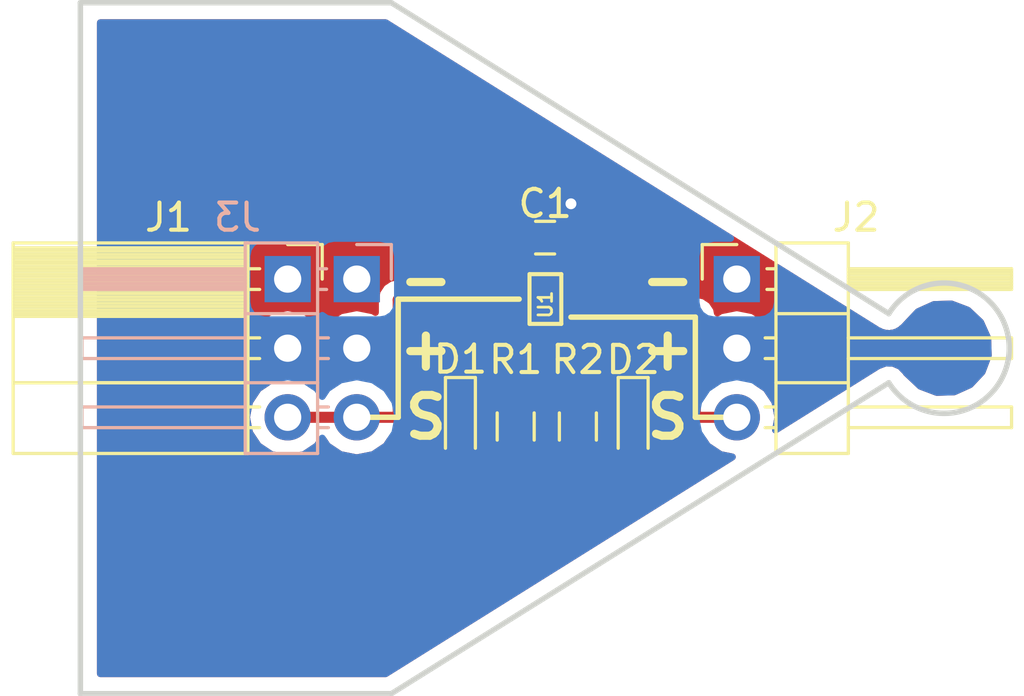
<source format=kicad_pcb>
(kicad_pcb (version 4) (host pcbnew 4.0.7)

  (general
    (links 17)
    (no_connects 0)
    (area 129.439999 57.049999 163.786232 82.650001)
    (thickness 1.6)
    (drawings 19)
    (tracks 26)
    (zones 0)
    (modules 9)
    (nets 7)
  )

  (page A4)
  (layers
    (0 F.Cu signal)
    (31 B.Cu signal)
    (32 B.Adhes user)
    (33 F.Adhes user)
    (34 B.Paste user)
    (35 F.Paste user)
    (36 B.SilkS user)
    (37 F.SilkS user)
    (38 B.Mask user)
    (39 F.Mask user)
    (40 Dwgs.User user)
    (41 Cmts.User user)
    (42 Eco1.User user)
    (43 Eco2.User user)
    (44 Edge.Cuts user)
    (45 Margin user)
    (46 B.CrtYd user)
    (47 F.CrtYd user)
    (48 B.Fab user)
    (49 F.Fab user hide)
  )

  (setup
    (last_trace_width 0.4064)
    (user_trace_width 0.4064)
    (trace_clearance 0.2)
    (zone_clearance 0.508)
    (zone_45_only no)
    (trace_min 0.2)
    (segment_width 0.2)
    (edge_width 0.2)
    (via_size 0.6)
    (via_drill 0.4)
    (via_min_size 0.4)
    (via_min_drill 0.3)
    (uvia_size 0.3)
    (uvia_drill 0.1)
    (uvias_allowed no)
    (uvia_min_size 0.2)
    (uvia_min_drill 0.1)
    (pcb_text_width 0.3)
    (pcb_text_size 1.5 1.5)
    (mod_edge_width 0.15)
    (mod_text_size 1 1)
    (mod_text_width 0.15)
    (pad_size 1.524 1.524)
    (pad_drill 0.762)
    (pad_to_mask_clearance 0.2)
    (aux_axis_origin 0 0)
    (visible_elements FFFFFF7F)
    (pcbplotparams
      (layerselection 0x00030_80000001)
      (usegerberextensions false)
      (excludeedgelayer true)
      (linewidth 0.100000)
      (plotframeref false)
      (viasonmask false)
      (mode 1)
      (useauxorigin false)
      (hpglpennumber 1)
      (hpglpenspeed 20)
      (hpglpendiameter 15)
      (hpglpenoverlay 2)
      (psnegative false)
      (psa4output false)
      (plotreference true)
      (plotvalue true)
      (plotinvisibletext false)
      (padsonsilk false)
      (subtractmaskfromsilk false)
      (outputformat 1)
      (mirror false)
      (drillshape 1)
      (scaleselection 1)
      (outputdirectory ""))
  )

  (net 0 "")
  (net 1 GND)
  (net 2 Vin)
  (net 3 "Net-(D1-Pad2)")
  (net 4 "Net-(D2-Pad2)")
  (net 5 /In1)
  (net 6 /Out)

  (net_class Default "This is the default net class."
    (clearance 0.2)
    (trace_width 0.25)
    (via_dia 0.6)
    (via_drill 0.4)
    (uvia_dia 0.3)
    (uvia_drill 0.1)
    (add_net /In1)
    (add_net /Out)
    (add_net GND)
    (add_net "Net-(D1-Pad2)")
    (add_net "Net-(D2-Pad2)")
    (add_net Vin)
  )

  (module Pin_Headers:Pin_Header_Angled_1x03_Pitch2.54mm (layer F.Cu) (tedit 59650532) (tstamp 5B74E9AA)
    (at 153.67 67.31)
    (descr "Through hole angled pin header, 1x03, 2.54mm pitch, 6mm pin length, single row")
    (tags "Through hole angled pin header THT 1x03 2.54mm single row")
    (path /5AF0ADF4)
    (fp_text reference J2 (at 4.385 -2.27) (layer F.SilkS)
      (effects (font (size 1 1) (thickness 0.15)))
    )
    (fp_text value Out (at 4.385 7.35) (layer F.Fab)
      (effects (font (size 1 1) (thickness 0.15)))
    )
    (fp_line (start 2.135 -1.27) (end 4.04 -1.27) (layer F.Fab) (width 0.1))
    (fp_line (start 4.04 -1.27) (end 4.04 6.35) (layer F.Fab) (width 0.1))
    (fp_line (start 4.04 6.35) (end 1.5 6.35) (layer F.Fab) (width 0.1))
    (fp_line (start 1.5 6.35) (end 1.5 -0.635) (layer F.Fab) (width 0.1))
    (fp_line (start 1.5 -0.635) (end 2.135 -1.27) (layer F.Fab) (width 0.1))
    (fp_line (start -0.32 -0.32) (end 1.5 -0.32) (layer F.Fab) (width 0.1))
    (fp_line (start -0.32 -0.32) (end -0.32 0.32) (layer F.Fab) (width 0.1))
    (fp_line (start -0.32 0.32) (end 1.5 0.32) (layer F.Fab) (width 0.1))
    (fp_line (start 4.04 -0.32) (end 10.04 -0.32) (layer F.Fab) (width 0.1))
    (fp_line (start 10.04 -0.32) (end 10.04 0.32) (layer F.Fab) (width 0.1))
    (fp_line (start 4.04 0.32) (end 10.04 0.32) (layer F.Fab) (width 0.1))
    (fp_line (start -0.32 2.22) (end 1.5 2.22) (layer F.Fab) (width 0.1))
    (fp_line (start -0.32 2.22) (end -0.32 2.86) (layer F.Fab) (width 0.1))
    (fp_line (start -0.32 2.86) (end 1.5 2.86) (layer F.Fab) (width 0.1))
    (fp_line (start 4.04 2.22) (end 10.04 2.22) (layer F.Fab) (width 0.1))
    (fp_line (start 10.04 2.22) (end 10.04 2.86) (layer F.Fab) (width 0.1))
    (fp_line (start 4.04 2.86) (end 10.04 2.86) (layer F.Fab) (width 0.1))
    (fp_line (start -0.32 4.76) (end 1.5 4.76) (layer F.Fab) (width 0.1))
    (fp_line (start -0.32 4.76) (end -0.32 5.4) (layer F.Fab) (width 0.1))
    (fp_line (start -0.32 5.4) (end 1.5 5.4) (layer F.Fab) (width 0.1))
    (fp_line (start 4.04 4.76) (end 10.04 4.76) (layer F.Fab) (width 0.1))
    (fp_line (start 10.04 4.76) (end 10.04 5.4) (layer F.Fab) (width 0.1))
    (fp_line (start 4.04 5.4) (end 10.04 5.4) (layer F.Fab) (width 0.1))
    (fp_line (start 1.44 -1.33) (end 1.44 6.41) (layer F.SilkS) (width 0.12))
    (fp_line (start 1.44 6.41) (end 4.1 6.41) (layer F.SilkS) (width 0.12))
    (fp_line (start 4.1 6.41) (end 4.1 -1.33) (layer F.SilkS) (width 0.12))
    (fp_line (start 4.1 -1.33) (end 1.44 -1.33) (layer F.SilkS) (width 0.12))
    (fp_line (start 4.1 -0.38) (end 10.1 -0.38) (layer F.SilkS) (width 0.12))
    (fp_line (start 10.1 -0.38) (end 10.1 0.38) (layer F.SilkS) (width 0.12))
    (fp_line (start 10.1 0.38) (end 4.1 0.38) (layer F.SilkS) (width 0.12))
    (fp_line (start 4.1 -0.32) (end 10.1 -0.32) (layer F.SilkS) (width 0.12))
    (fp_line (start 4.1 -0.2) (end 10.1 -0.2) (layer F.SilkS) (width 0.12))
    (fp_line (start 4.1 -0.08) (end 10.1 -0.08) (layer F.SilkS) (width 0.12))
    (fp_line (start 4.1 0.04) (end 10.1 0.04) (layer F.SilkS) (width 0.12))
    (fp_line (start 4.1 0.16) (end 10.1 0.16) (layer F.SilkS) (width 0.12))
    (fp_line (start 4.1 0.28) (end 10.1 0.28) (layer F.SilkS) (width 0.12))
    (fp_line (start 1.11 -0.38) (end 1.44 -0.38) (layer F.SilkS) (width 0.12))
    (fp_line (start 1.11 0.38) (end 1.44 0.38) (layer F.SilkS) (width 0.12))
    (fp_line (start 1.44 1.27) (end 4.1 1.27) (layer F.SilkS) (width 0.12))
    (fp_line (start 4.1 2.16) (end 10.1 2.16) (layer F.SilkS) (width 0.12))
    (fp_line (start 10.1 2.16) (end 10.1 2.92) (layer F.SilkS) (width 0.12))
    (fp_line (start 10.1 2.92) (end 4.1 2.92) (layer F.SilkS) (width 0.12))
    (fp_line (start 1.042929 2.16) (end 1.44 2.16) (layer F.SilkS) (width 0.12))
    (fp_line (start 1.042929 2.92) (end 1.44 2.92) (layer F.SilkS) (width 0.12))
    (fp_line (start 1.44 3.81) (end 4.1 3.81) (layer F.SilkS) (width 0.12))
    (fp_line (start 4.1 4.7) (end 10.1 4.7) (layer F.SilkS) (width 0.12))
    (fp_line (start 10.1 4.7) (end 10.1 5.46) (layer F.SilkS) (width 0.12))
    (fp_line (start 10.1 5.46) (end 4.1 5.46) (layer F.SilkS) (width 0.12))
    (fp_line (start 1.042929 4.7) (end 1.44 4.7) (layer F.SilkS) (width 0.12))
    (fp_line (start 1.042929 5.46) (end 1.44 5.46) (layer F.SilkS) (width 0.12))
    (fp_line (start -1.27 0) (end -1.27 -1.27) (layer F.SilkS) (width 0.12))
    (fp_line (start -1.27 -1.27) (end 0 -1.27) (layer F.SilkS) (width 0.12))
    (fp_line (start -1.8 -1.8) (end -1.8 6.85) (layer F.CrtYd) (width 0.05))
    (fp_line (start -1.8 6.85) (end 10.55 6.85) (layer F.CrtYd) (width 0.05))
    (fp_line (start 10.55 6.85) (end 10.55 -1.8) (layer F.CrtYd) (width 0.05))
    (fp_line (start 10.55 -1.8) (end -1.8 -1.8) (layer F.CrtYd) (width 0.05))
    (fp_text user %R (at 2.77 2.54 90) (layer F.Fab)
      (effects (font (size 1 1) (thickness 0.15)))
    )
    (pad 1 thru_hole rect (at 0 0) (size 1.7 1.7) (drill 1) (layers *.Cu *.Mask)
      (net 1 GND))
    (pad 2 thru_hole oval (at 0 2.54) (size 1.7 1.7) (drill 1) (layers *.Cu *.Mask)
      (net 2 Vin))
    (pad 3 thru_hole oval (at 0 5.08) (size 1.7 1.7) (drill 1) (layers *.Cu *.Mask)
      (net 6 /Out))
    (model ${KISYS3DMOD}/Pin_Headers.3dshapes/Pin_Header_Angled_1x03_Pitch2.54mm.wrl
      (at (xyz 0 0 0))
      (scale (xyz 1 1 1))
      (rotate (xyz 0 0 0))
    )
  )

  (module Capacitors_SMD:C_0603_HandSoldering (layer F.Cu) (tedit 58AA848B) (tstamp 5B74E8F2)
    (at 146.624 65.786)
    (descr "Capacitor SMD 0603, hand soldering")
    (tags "capacitor 0603")
    (path /5AF1E96C)
    (attr smd)
    (fp_text reference C1 (at 0 -1.25) (layer F.SilkS)
      (effects (font (size 1 1) (thickness 0.15)))
    )
    (fp_text value C (at 0 1.5) (layer F.Fab)
      (effects (font (size 1 1) (thickness 0.15)))
    )
    (fp_text user %R (at 0 -1.25) (layer F.Fab)
      (effects (font (size 1 1) (thickness 0.15)))
    )
    (fp_line (start -0.8 0.4) (end -0.8 -0.4) (layer F.Fab) (width 0.1))
    (fp_line (start 0.8 0.4) (end -0.8 0.4) (layer F.Fab) (width 0.1))
    (fp_line (start 0.8 -0.4) (end 0.8 0.4) (layer F.Fab) (width 0.1))
    (fp_line (start -0.8 -0.4) (end 0.8 -0.4) (layer F.Fab) (width 0.1))
    (fp_line (start -0.35 -0.6) (end 0.35 -0.6) (layer F.SilkS) (width 0.12))
    (fp_line (start 0.35 0.6) (end -0.35 0.6) (layer F.SilkS) (width 0.12))
    (fp_line (start -1.8 -0.65) (end 1.8 -0.65) (layer F.CrtYd) (width 0.05))
    (fp_line (start -1.8 -0.65) (end -1.8 0.65) (layer F.CrtYd) (width 0.05))
    (fp_line (start 1.8 0.65) (end 1.8 -0.65) (layer F.CrtYd) (width 0.05))
    (fp_line (start 1.8 0.65) (end -1.8 0.65) (layer F.CrtYd) (width 0.05))
    (pad 1 smd rect (at -0.95 0) (size 1.2 0.75) (layers F.Cu F.Paste F.Mask)
      (net 1 GND))
    (pad 2 smd rect (at 0.95 0) (size 1.2 0.75) (layers F.Cu F.Paste F.Mask)
      (net 2 Vin))
    (model Capacitors_SMD.3dshapes/C_0603.wrl
      (at (xyz 0 0 0))
      (scale (xyz 1 1 1))
      (rotate (xyz 0 0 0))
    )
  )

  (module LEDs:LED_0603_HandSoldering (layer F.Cu) (tedit 595FC9C0) (tstamp 5B74E907)
    (at 143.51 72.728 270)
    (descr "LED SMD 0603, hand soldering")
    (tags "LED 0603")
    (path /5AF0B57F)
    (attr smd)
    (fp_text reference D1 (at -2.4716 0 360) (layer F.SilkS)
      (effects (font (size 1 1) (thickness 0.15)))
    )
    (fp_text value In (at 0 1.55 270) (layer F.Fab)
      (effects (font (size 1 1) (thickness 0.15)))
    )
    (fp_line (start -1.8 -0.55) (end -1.8 0.55) (layer F.SilkS) (width 0.12))
    (fp_line (start -0.2 -0.2) (end -0.2 0.2) (layer F.Fab) (width 0.1))
    (fp_line (start -0.15 0) (end 0.15 -0.2) (layer F.Fab) (width 0.1))
    (fp_line (start 0.15 0.2) (end -0.15 0) (layer F.Fab) (width 0.1))
    (fp_line (start 0.15 -0.2) (end 0.15 0.2) (layer F.Fab) (width 0.1))
    (fp_line (start 0.8 0.4) (end -0.8 0.4) (layer F.Fab) (width 0.1))
    (fp_line (start 0.8 -0.4) (end 0.8 0.4) (layer F.Fab) (width 0.1))
    (fp_line (start -0.8 -0.4) (end 0.8 -0.4) (layer F.Fab) (width 0.1))
    (fp_line (start -1.8 0.55) (end 0.8 0.55) (layer F.SilkS) (width 0.12))
    (fp_line (start -1.8 -0.55) (end 0.8 -0.55) (layer F.SilkS) (width 0.12))
    (fp_line (start -1.96 -0.7) (end 1.95 -0.7) (layer F.CrtYd) (width 0.05))
    (fp_line (start -1.96 -0.7) (end -1.96 0.7) (layer F.CrtYd) (width 0.05))
    (fp_line (start 1.95 0.7) (end 1.95 -0.7) (layer F.CrtYd) (width 0.05))
    (fp_line (start 1.95 0.7) (end -1.96 0.7) (layer F.CrtYd) (width 0.05))
    (fp_line (start -0.8 -0.4) (end -0.8 0.4) (layer F.Fab) (width 0.1))
    (pad 1 smd rect (at -1.1 0 270) (size 1.2 0.9) (layers F.Cu F.Paste F.Mask)
      (net 1 GND))
    (pad 2 smd rect (at 1.1 0 270) (size 1.2 0.9) (layers F.Cu F.Paste F.Mask)
      (net 3 "Net-(D1-Pad2)"))
    (model ${KISYS3DMOD}/LEDs.3dshapes/LED_0603.wrl
      (at (xyz 0 0 0))
      (scale (xyz 1 1 1))
      (rotate (xyz 0 0 180))
    )
  )

  (module LEDs:LED_0603_HandSoldering (layer F.Cu) (tedit 595FC9C0) (tstamp 5B74E91C)
    (at 149.86 72.728 270)
    (descr "LED SMD 0603, hand soldering")
    (tags "LED 0603")
    (path /5AF0B5FF)
    (attr smd)
    (fp_text reference D2 (at -2.456 0 360) (layer F.SilkS)
      (effects (font (size 1 1) (thickness 0.15)))
    )
    (fp_text value Out (at 0 1.55 270) (layer F.Fab)
      (effects (font (size 1 1) (thickness 0.15)))
    )
    (fp_line (start -1.8 -0.55) (end -1.8 0.55) (layer F.SilkS) (width 0.12))
    (fp_line (start -0.2 -0.2) (end -0.2 0.2) (layer F.Fab) (width 0.1))
    (fp_line (start -0.15 0) (end 0.15 -0.2) (layer F.Fab) (width 0.1))
    (fp_line (start 0.15 0.2) (end -0.15 0) (layer F.Fab) (width 0.1))
    (fp_line (start 0.15 -0.2) (end 0.15 0.2) (layer F.Fab) (width 0.1))
    (fp_line (start 0.8 0.4) (end -0.8 0.4) (layer F.Fab) (width 0.1))
    (fp_line (start 0.8 -0.4) (end 0.8 0.4) (layer F.Fab) (width 0.1))
    (fp_line (start -0.8 -0.4) (end 0.8 -0.4) (layer F.Fab) (width 0.1))
    (fp_line (start -1.8 0.55) (end 0.8 0.55) (layer F.SilkS) (width 0.12))
    (fp_line (start -1.8 -0.55) (end 0.8 -0.55) (layer F.SilkS) (width 0.12))
    (fp_line (start -1.96 -0.7) (end 1.95 -0.7) (layer F.CrtYd) (width 0.05))
    (fp_line (start -1.96 -0.7) (end -1.96 0.7) (layer F.CrtYd) (width 0.05))
    (fp_line (start 1.95 0.7) (end 1.95 -0.7) (layer F.CrtYd) (width 0.05))
    (fp_line (start 1.95 0.7) (end -1.96 0.7) (layer F.CrtYd) (width 0.05))
    (fp_line (start -0.8 -0.4) (end -0.8 0.4) (layer F.Fab) (width 0.1))
    (pad 1 smd rect (at -1.1 0 270) (size 1.2 0.9) (layers F.Cu F.Paste F.Mask)
      (net 1 GND))
    (pad 2 smd rect (at 1.1 0 270) (size 1.2 0.9) (layers F.Cu F.Paste F.Mask)
      (net 4 "Net-(D2-Pad2)"))
    (model ${KISYS3DMOD}/LEDs.3dshapes/LED_0603.wrl
      (at (xyz 0 0 0))
      (scale (xyz 1 1 1))
      (rotate (xyz 0 0 180))
    )
  )

  (module Socket_Strips:Socket_Strip_Angled_1x03_Pitch2.54mm (layer F.Cu) (tedit 58CD5446) (tstamp 5B74E96A)
    (at 137.16 67.31)
    (descr "Through hole angled socket strip, 1x03, 2.54mm pitch, 8.51mm socket length, single row")
    (tags "Through hole angled socket strip THT 1x03 2.54mm single row")
    (path /5AF0AE86)
    (fp_text reference J1 (at -4.38 -2.27) (layer F.SilkS)
      (effects (font (size 1 1) (thickness 0.15)))
    )
    (fp_text value In1 (at -4.38 7.35) (layer F.Fab)
      (effects (font (size 1 1) (thickness 0.15)))
    )
    (fp_line (start -1.52 -1.27) (end -1.52 1.27) (layer F.Fab) (width 0.1))
    (fp_line (start -1.52 1.27) (end -10.03 1.27) (layer F.Fab) (width 0.1))
    (fp_line (start -10.03 1.27) (end -10.03 -1.27) (layer F.Fab) (width 0.1))
    (fp_line (start -10.03 -1.27) (end -1.52 -1.27) (layer F.Fab) (width 0.1))
    (fp_line (start 0 -0.32) (end 0 0.32) (layer F.Fab) (width 0.1))
    (fp_line (start 0 0.32) (end -1.52 0.32) (layer F.Fab) (width 0.1))
    (fp_line (start -1.52 0.32) (end -1.52 -0.32) (layer F.Fab) (width 0.1))
    (fp_line (start -1.52 -0.32) (end 0 -0.32) (layer F.Fab) (width 0.1))
    (fp_line (start -1.52 1.27) (end -1.52 3.81) (layer F.Fab) (width 0.1))
    (fp_line (start -1.52 3.81) (end -10.03 3.81) (layer F.Fab) (width 0.1))
    (fp_line (start -10.03 3.81) (end -10.03 1.27) (layer F.Fab) (width 0.1))
    (fp_line (start -10.03 1.27) (end -1.52 1.27) (layer F.Fab) (width 0.1))
    (fp_line (start 0 2.22) (end 0 2.86) (layer F.Fab) (width 0.1))
    (fp_line (start 0 2.86) (end -1.52 2.86) (layer F.Fab) (width 0.1))
    (fp_line (start -1.52 2.86) (end -1.52 2.22) (layer F.Fab) (width 0.1))
    (fp_line (start -1.52 2.22) (end 0 2.22) (layer F.Fab) (width 0.1))
    (fp_line (start -1.52 3.81) (end -1.52 6.35) (layer F.Fab) (width 0.1))
    (fp_line (start -1.52 6.35) (end -10.03 6.35) (layer F.Fab) (width 0.1))
    (fp_line (start -10.03 6.35) (end -10.03 3.81) (layer F.Fab) (width 0.1))
    (fp_line (start -10.03 3.81) (end -1.52 3.81) (layer F.Fab) (width 0.1))
    (fp_line (start 0 4.76) (end 0 5.4) (layer F.Fab) (width 0.1))
    (fp_line (start 0 5.4) (end -1.52 5.4) (layer F.Fab) (width 0.1))
    (fp_line (start -1.52 5.4) (end -1.52 4.76) (layer F.Fab) (width 0.1))
    (fp_line (start -1.52 4.76) (end 0 4.76) (layer F.Fab) (width 0.1))
    (fp_line (start -1.46 -1.33) (end -1.46 1.27) (layer F.SilkS) (width 0.12))
    (fp_line (start -1.46 1.27) (end -10.09 1.27) (layer F.SilkS) (width 0.12))
    (fp_line (start -10.09 1.27) (end -10.09 -1.33) (layer F.SilkS) (width 0.12))
    (fp_line (start -10.09 -1.33) (end -1.46 -1.33) (layer F.SilkS) (width 0.12))
    (fp_line (start -1.03 -0.38) (end -1.46 -0.38) (layer F.SilkS) (width 0.12))
    (fp_line (start -1.03 0.38) (end -1.46 0.38) (layer F.SilkS) (width 0.12))
    (fp_line (start -1.46 -1.15) (end -10.09 -1.15) (layer F.SilkS) (width 0.12))
    (fp_line (start -1.46 -1.03) (end -10.09 -1.03) (layer F.SilkS) (width 0.12))
    (fp_line (start -1.46 -0.91) (end -10.09 -0.91) (layer F.SilkS) (width 0.12))
    (fp_line (start -1.46 -0.79) (end -10.09 -0.79) (layer F.SilkS) (width 0.12))
    (fp_line (start -1.46 -0.67) (end -10.09 -0.67) (layer F.SilkS) (width 0.12))
    (fp_line (start -1.46 -0.55) (end -10.09 -0.55) (layer F.SilkS) (width 0.12))
    (fp_line (start -1.46 -0.43) (end -10.09 -0.43) (layer F.SilkS) (width 0.12))
    (fp_line (start -1.46 -0.31) (end -10.09 -0.31) (layer F.SilkS) (width 0.12))
    (fp_line (start -1.46 -0.19) (end -10.09 -0.19) (layer F.SilkS) (width 0.12))
    (fp_line (start -1.46 -0.07) (end -10.09 -0.07) (layer F.SilkS) (width 0.12))
    (fp_line (start -1.46 0.05) (end -10.09 0.05) (layer F.SilkS) (width 0.12))
    (fp_line (start -1.46 0.17) (end -10.09 0.17) (layer F.SilkS) (width 0.12))
    (fp_line (start -1.46 0.29) (end -10.09 0.29) (layer F.SilkS) (width 0.12))
    (fp_line (start -1.46 0.41) (end -10.09 0.41) (layer F.SilkS) (width 0.12))
    (fp_line (start -1.46 0.53) (end -10.09 0.53) (layer F.SilkS) (width 0.12))
    (fp_line (start -1.46 0.65) (end -10.09 0.65) (layer F.SilkS) (width 0.12))
    (fp_line (start -1.46 0.77) (end -10.09 0.77) (layer F.SilkS) (width 0.12))
    (fp_line (start -1.46 0.89) (end -10.09 0.89) (layer F.SilkS) (width 0.12))
    (fp_line (start -1.46 1.01) (end -10.09 1.01) (layer F.SilkS) (width 0.12))
    (fp_line (start -1.46 1.13) (end -10.09 1.13) (layer F.SilkS) (width 0.12))
    (fp_line (start -1.46 1.25) (end -10.09 1.25) (layer F.SilkS) (width 0.12))
    (fp_line (start -1.46 1.37) (end -10.09 1.37) (layer F.SilkS) (width 0.12))
    (fp_line (start -1.46 1.27) (end -1.46 3.81) (layer F.SilkS) (width 0.12))
    (fp_line (start -1.46 3.81) (end -10.09 3.81) (layer F.SilkS) (width 0.12))
    (fp_line (start -10.09 3.81) (end -10.09 1.27) (layer F.SilkS) (width 0.12))
    (fp_line (start -10.09 1.27) (end -1.46 1.27) (layer F.SilkS) (width 0.12))
    (fp_line (start -1.03 2.16) (end -1.46 2.16) (layer F.SilkS) (width 0.12))
    (fp_line (start -1.03 2.92) (end -1.46 2.92) (layer F.SilkS) (width 0.12))
    (fp_line (start -1.46 3.81) (end -1.46 6.41) (layer F.SilkS) (width 0.12))
    (fp_line (start -1.46 6.41) (end -10.09 6.41) (layer F.SilkS) (width 0.12))
    (fp_line (start -10.09 6.41) (end -10.09 3.81) (layer F.SilkS) (width 0.12))
    (fp_line (start -10.09 3.81) (end -1.46 3.81) (layer F.SilkS) (width 0.12))
    (fp_line (start -1.03 4.7) (end -1.46 4.7) (layer F.SilkS) (width 0.12))
    (fp_line (start -1.03 5.46) (end -1.46 5.46) (layer F.SilkS) (width 0.12))
    (fp_line (start 0 -1.27) (end 1.27 -1.27) (layer F.SilkS) (width 0.12))
    (fp_line (start 1.27 -1.27) (end 1.27 0) (layer F.SilkS) (width 0.12))
    (fp_line (start 1.8 -1.8) (end 1.8 6.85) (layer F.CrtYd) (width 0.05))
    (fp_line (start 1.8 6.85) (end -10.55 6.85) (layer F.CrtYd) (width 0.05))
    (fp_line (start -10.55 6.85) (end -10.55 -1.8) (layer F.CrtYd) (width 0.05))
    (fp_line (start -10.55 -1.8) (end 1.8 -1.8) (layer F.CrtYd) (width 0.05))
    (fp_text user %R (at -4.38 -2.27) (layer F.Fab)
      (effects (font (size 1 1) (thickness 0.15)))
    )
    (pad 1 thru_hole rect (at 0 0) (size 1.7 1.7) (drill 1) (layers *.Cu *.Mask)
      (net 1 GND))
    (pad 2 thru_hole oval (at 0 2.54) (size 1.7 1.7) (drill 1) (layers *.Cu *.Mask)
      (net 2 Vin))
    (pad 3 thru_hole oval (at 0 5.08) (size 1.7 1.7) (drill 1) (layers *.Cu *.Mask)
      (net 5 /In1))
    (model ${KISYS3DMOD}/Socket_Strips.3dshapes/Socket_Strip_Angled_1x03_Pitch2.54mm.wrl
      (at (xyz 0 -0.1 0))
      (scale (xyz 1 1 1))
      (rotate (xyz 0 0 270))
    )
  )

  (module Pin_Headers:Pin_Header_Angled_1x03_Pitch2.54mm (layer B.Cu) (tedit 59650532) (tstamp 5B74E9EA)
    (at 139.7 67.31 180)
    (descr "Through hole angled pin header, 1x03, 2.54mm pitch, 6mm pin length, single row")
    (tags "Through hole angled pin header THT 1x03 2.54mm single row")
    (path /5AF0AF18)
    (fp_text reference J3 (at 4.385 2.27 180) (layer B.SilkS)
      (effects (font (size 1 1) (thickness 0.15)) (justify mirror))
    )
    (fp_text value Thru1 (at 4.385 -7.35 180) (layer B.Fab)
      (effects (font (size 1 1) (thickness 0.15)) (justify mirror))
    )
    (fp_line (start 2.135 1.27) (end 4.04 1.27) (layer B.Fab) (width 0.1))
    (fp_line (start 4.04 1.27) (end 4.04 -6.35) (layer B.Fab) (width 0.1))
    (fp_line (start 4.04 -6.35) (end 1.5 -6.35) (layer B.Fab) (width 0.1))
    (fp_line (start 1.5 -6.35) (end 1.5 0.635) (layer B.Fab) (width 0.1))
    (fp_line (start 1.5 0.635) (end 2.135 1.27) (layer B.Fab) (width 0.1))
    (fp_line (start -0.32 0.32) (end 1.5 0.32) (layer B.Fab) (width 0.1))
    (fp_line (start -0.32 0.32) (end -0.32 -0.32) (layer B.Fab) (width 0.1))
    (fp_line (start -0.32 -0.32) (end 1.5 -0.32) (layer B.Fab) (width 0.1))
    (fp_line (start 4.04 0.32) (end 10.04 0.32) (layer B.Fab) (width 0.1))
    (fp_line (start 10.04 0.32) (end 10.04 -0.32) (layer B.Fab) (width 0.1))
    (fp_line (start 4.04 -0.32) (end 10.04 -0.32) (layer B.Fab) (width 0.1))
    (fp_line (start -0.32 -2.22) (end 1.5 -2.22) (layer B.Fab) (width 0.1))
    (fp_line (start -0.32 -2.22) (end -0.32 -2.86) (layer B.Fab) (width 0.1))
    (fp_line (start -0.32 -2.86) (end 1.5 -2.86) (layer B.Fab) (width 0.1))
    (fp_line (start 4.04 -2.22) (end 10.04 -2.22) (layer B.Fab) (width 0.1))
    (fp_line (start 10.04 -2.22) (end 10.04 -2.86) (layer B.Fab) (width 0.1))
    (fp_line (start 4.04 -2.86) (end 10.04 -2.86) (layer B.Fab) (width 0.1))
    (fp_line (start -0.32 -4.76) (end 1.5 -4.76) (layer B.Fab) (width 0.1))
    (fp_line (start -0.32 -4.76) (end -0.32 -5.4) (layer B.Fab) (width 0.1))
    (fp_line (start -0.32 -5.4) (end 1.5 -5.4) (layer B.Fab) (width 0.1))
    (fp_line (start 4.04 -4.76) (end 10.04 -4.76) (layer B.Fab) (width 0.1))
    (fp_line (start 10.04 -4.76) (end 10.04 -5.4) (layer B.Fab) (width 0.1))
    (fp_line (start 4.04 -5.4) (end 10.04 -5.4) (layer B.Fab) (width 0.1))
    (fp_line (start 1.44 1.33) (end 1.44 -6.41) (layer B.SilkS) (width 0.12))
    (fp_line (start 1.44 -6.41) (end 4.1 -6.41) (layer B.SilkS) (width 0.12))
    (fp_line (start 4.1 -6.41) (end 4.1 1.33) (layer B.SilkS) (width 0.12))
    (fp_line (start 4.1 1.33) (end 1.44 1.33) (layer B.SilkS) (width 0.12))
    (fp_line (start 4.1 0.38) (end 10.1 0.38) (layer B.SilkS) (width 0.12))
    (fp_line (start 10.1 0.38) (end 10.1 -0.38) (layer B.SilkS) (width 0.12))
    (fp_line (start 10.1 -0.38) (end 4.1 -0.38) (layer B.SilkS) (width 0.12))
    (fp_line (start 4.1 0.32) (end 10.1 0.32) (layer B.SilkS) (width 0.12))
    (fp_line (start 4.1 0.2) (end 10.1 0.2) (layer B.SilkS) (width 0.12))
    (fp_line (start 4.1 0.08) (end 10.1 0.08) (layer B.SilkS) (width 0.12))
    (fp_line (start 4.1 -0.04) (end 10.1 -0.04) (layer B.SilkS) (width 0.12))
    (fp_line (start 4.1 -0.16) (end 10.1 -0.16) (layer B.SilkS) (width 0.12))
    (fp_line (start 4.1 -0.28) (end 10.1 -0.28) (layer B.SilkS) (width 0.12))
    (fp_line (start 1.11 0.38) (end 1.44 0.38) (layer B.SilkS) (width 0.12))
    (fp_line (start 1.11 -0.38) (end 1.44 -0.38) (layer B.SilkS) (width 0.12))
    (fp_line (start 1.44 -1.27) (end 4.1 -1.27) (layer B.SilkS) (width 0.12))
    (fp_line (start 4.1 -2.16) (end 10.1 -2.16) (layer B.SilkS) (width 0.12))
    (fp_line (start 10.1 -2.16) (end 10.1 -2.92) (layer B.SilkS) (width 0.12))
    (fp_line (start 10.1 -2.92) (end 4.1 -2.92) (layer B.SilkS) (width 0.12))
    (fp_line (start 1.042929 -2.16) (end 1.44 -2.16) (layer B.SilkS) (width 0.12))
    (fp_line (start 1.042929 -2.92) (end 1.44 -2.92) (layer B.SilkS) (width 0.12))
    (fp_line (start 1.44 -3.81) (end 4.1 -3.81) (layer B.SilkS) (width 0.12))
    (fp_line (start 4.1 -4.7) (end 10.1 -4.7) (layer B.SilkS) (width 0.12))
    (fp_line (start 10.1 -4.7) (end 10.1 -5.46) (layer B.SilkS) (width 0.12))
    (fp_line (start 10.1 -5.46) (end 4.1 -5.46) (layer B.SilkS) (width 0.12))
    (fp_line (start 1.042929 -4.7) (end 1.44 -4.7) (layer B.SilkS) (width 0.12))
    (fp_line (start 1.042929 -5.46) (end 1.44 -5.46) (layer B.SilkS) (width 0.12))
    (fp_line (start -1.27 0) (end -1.27 1.27) (layer B.SilkS) (width 0.12))
    (fp_line (start -1.27 1.27) (end 0 1.27) (layer B.SilkS) (width 0.12))
    (fp_line (start -1.8 1.8) (end -1.8 -6.85) (layer B.CrtYd) (width 0.05))
    (fp_line (start -1.8 -6.85) (end 10.55 -6.85) (layer B.CrtYd) (width 0.05))
    (fp_line (start 10.55 -6.85) (end 10.55 1.8) (layer B.CrtYd) (width 0.05))
    (fp_line (start 10.55 1.8) (end -1.8 1.8) (layer B.CrtYd) (width 0.05))
    (fp_text user %R (at 2.77 -2.54 450) (layer B.Fab)
      (effects (font (size 1 1) (thickness 0.15)) (justify mirror))
    )
    (pad 1 thru_hole rect (at 0 0 180) (size 1.7 1.7) (drill 1) (layers *.Cu *.Mask)
      (net 1 GND))
    (pad 2 thru_hole oval (at 0 -2.54 180) (size 1.7 1.7) (drill 1) (layers *.Cu *.Mask)
      (net 2 Vin))
    (pad 3 thru_hole oval (at 0 -5.08 180) (size 1.7 1.7) (drill 1) (layers *.Cu *.Mask)
      (net 5 /In1))
    (model ${KISYS3DMOD}/Pin_Headers.3dshapes/Pin_Header_Angled_1x03_Pitch2.54mm.wrl
      (at (xyz 0 0 0))
      (scale (xyz 1 1 1))
      (rotate (xyz 0 0 0))
    )
  )

  (module Resistors_SMD:R_0603_HandSoldering (layer F.Cu) (tedit 58E0A804) (tstamp 5B74E9FB)
    (at 145.542 72.728 270)
    (descr "Resistor SMD 0603, hand soldering")
    (tags "resistor 0603")
    (path /5AF0BC61)
    (attr smd)
    (fp_text reference R1 (at -2.456 0 360) (layer F.SilkS)
      (effects (font (size 1 1) (thickness 0.15)))
    )
    (fp_text value 500 (at 0 1.55 270) (layer F.Fab)
      (effects (font (size 1 1) (thickness 0.15)))
    )
    (fp_text user %R (at 0 0 270) (layer F.Fab)
      (effects (font (size 0.4 0.4) (thickness 0.075)))
    )
    (fp_line (start -0.8 0.4) (end -0.8 -0.4) (layer F.Fab) (width 0.1))
    (fp_line (start 0.8 0.4) (end -0.8 0.4) (layer F.Fab) (width 0.1))
    (fp_line (start 0.8 -0.4) (end 0.8 0.4) (layer F.Fab) (width 0.1))
    (fp_line (start -0.8 -0.4) (end 0.8 -0.4) (layer F.Fab) (width 0.1))
    (fp_line (start 0.5 0.68) (end -0.5 0.68) (layer F.SilkS) (width 0.12))
    (fp_line (start -0.5 -0.68) (end 0.5 -0.68) (layer F.SilkS) (width 0.12))
    (fp_line (start -1.96 -0.7) (end 1.95 -0.7) (layer F.CrtYd) (width 0.05))
    (fp_line (start -1.96 -0.7) (end -1.96 0.7) (layer F.CrtYd) (width 0.05))
    (fp_line (start 1.95 0.7) (end 1.95 -0.7) (layer F.CrtYd) (width 0.05))
    (fp_line (start 1.95 0.7) (end -1.96 0.7) (layer F.CrtYd) (width 0.05))
    (pad 1 smd rect (at -1.1 0 270) (size 1.2 0.9) (layers F.Cu F.Paste F.Mask)
      (net 5 /In1))
    (pad 2 smd rect (at 1.1 0 270) (size 1.2 0.9) (layers F.Cu F.Paste F.Mask)
      (net 3 "Net-(D1-Pad2)"))
    (model ${KISYS3DMOD}/Resistors_SMD.3dshapes/R_0603.wrl
      (at (xyz 0 0 0))
      (scale (xyz 1 1 1))
      (rotate (xyz 0 0 0))
    )
  )

  (module Resistors_SMD:R_0603_HandSoldering (layer F.Cu) (tedit 58E0A804) (tstamp 5B74EA0C)
    (at 147.828 72.728 270)
    (descr "Resistor SMD 0603, hand soldering")
    (tags "resistor 0603")
    (path /5AF0BC16)
    (attr smd)
    (fp_text reference R2 (at -2.456 0 360) (layer F.SilkS)
      (effects (font (size 1 1) (thickness 0.15)))
    )
    (fp_text value 500 (at 0 1.55 270) (layer F.Fab)
      (effects (font (size 1 1) (thickness 0.15)))
    )
    (fp_text user %R (at 0 0 270) (layer F.Fab)
      (effects (font (size 0.4 0.4) (thickness 0.075)))
    )
    (fp_line (start -0.8 0.4) (end -0.8 -0.4) (layer F.Fab) (width 0.1))
    (fp_line (start 0.8 0.4) (end -0.8 0.4) (layer F.Fab) (width 0.1))
    (fp_line (start 0.8 -0.4) (end 0.8 0.4) (layer F.Fab) (width 0.1))
    (fp_line (start -0.8 -0.4) (end 0.8 -0.4) (layer F.Fab) (width 0.1))
    (fp_line (start 0.5 0.68) (end -0.5 0.68) (layer F.SilkS) (width 0.12))
    (fp_line (start -0.5 -0.68) (end 0.5 -0.68) (layer F.SilkS) (width 0.12))
    (fp_line (start -1.96 -0.7) (end 1.95 -0.7) (layer F.CrtYd) (width 0.05))
    (fp_line (start -1.96 -0.7) (end -1.96 0.7) (layer F.CrtYd) (width 0.05))
    (fp_line (start 1.95 0.7) (end 1.95 -0.7) (layer F.CrtYd) (width 0.05))
    (fp_line (start 1.95 0.7) (end -1.96 0.7) (layer F.CrtYd) (width 0.05))
    (pad 1 smd rect (at -1.1 0 270) (size 1.2 0.9) (layers F.Cu F.Paste F.Mask)
      (net 6 /Out))
    (pad 2 smd rect (at 1.1 0 270) (size 1.2 0.9) (layers F.Cu F.Paste F.Mask)
      (net 4 "Net-(D2-Pad2)"))
    (model ${KISYS3DMOD}/Resistors_SMD.3dshapes/R_0603.wrl
      (at (xyz 0 0 0))
      (scale (xyz 1 1 1))
      (rotate (xyz 0 0 0))
    )
  )

  (module "Logic Blocks:SC_70_1.25mm" (layer F.Cu) (tedit 5AF1D765) (tstamp 5B74EA19)
    (at 146.05 67.1276 270)
    (path /5AF1E8CB)
    (fp_text reference U1 (at 1.1176 -0.5842 270) (layer F.SilkS)
      (effects (font (size 0.5 0.5) (thickness 0.1)))
    )
    (fp_text value Not_NC7SZ04 (at 1.2192 -2.54 270) (layer F.Fab) hide
      (effects (font (size 1 1) (thickness 0.15)))
    )
    (fp_line (start 1.8288 -1.1684) (end 1.8288 0) (layer F.SilkS) (width 0.15))
    (fp_line (start 0 -1.1684) (end 1.8288 -1.1684) (layer F.SilkS) (width 0.15))
    (fp_line (start 0 0) (end 1.8288 0) (layer F.SilkS) (width 0.15))
    (fp_line (start 0 -1.1684) (end 0 0) (layer F.SilkS) (width 0.15))
    (pad 1 smd rect (at 0.2794 0.381 270) (size 0.4 0.6) (layers F.Cu F.Paste F.Mask))
    (pad 2 smd rect (at 0.9294 0.381 270) (size 0.4 0.6) (layers F.Cu F.Paste F.Mask)
      (net 5 /In1))
    (pad 3 smd rect (at 1.5794 0.381 270) (size 0.4 0.6) (layers F.Cu F.Paste F.Mask)
      (net 1 GND))
    (pad 5 smd rect (at 0.2794 -1.519 270) (size 0.4 0.6) (layers F.Cu F.Paste F.Mask)
      (net 2 Vin))
    (pad 4 smd rect (at 1.5794 -1.519 270) (size 0.4 0.6) (layers F.Cu F.Paste F.Mask)
      (net 6 /Out))
  )

  (gr_line (start 141.224 72.39) (end 139.6746 72.39) (layer F.SilkS) (width 0.2))
  (gr_line (start 141.224 68.0466) (end 141.224 72.39) (layer F.SilkS) (width 0.2))
  (gr_line (start 145.669 68.0466) (end 141.224 68.0466) (layer F.SilkS) (width 0.2))
  (gr_line (start 152.146 68.707) (end 147.574 68.707) (layer F.SilkS) (width 0.2))
  (gr_line (start 152.146 72.39) (end 152.146 68.707) (layer F.SilkS) (width 0.2))
  (gr_line (start 152.146 72.39) (end 153.67 72.39) (layer F.SilkS) (width 0.2))
  (gr_text - (at 142.24 67.31) (layer F.SilkS)
    (effects (font (size 1.5 1.5) (thickness 0.3)))
  )
  (gr_line (start 159.258 68.58) (end 140.97 57.15) (layer Edge.Cuts) (width 0.2))
  (gr_line (start 159.258 71.12) (end 140.97 82.55) (layer Edge.Cuts) (width 0.2))
  (gr_arc (start 161.29 69.85) (end 159.258 68.58) (angle 295.9892336) (layer Edge.Cuts) (width 0.2))
  (gr_line (start 140.97 82.55) (end 129.54 82.55) (layer Edge.Cuts) (width 0.2))
  (gr_line (start 140.97 57.15) (end 129.54 57.15) (layer Edge.Cuts) (width 0.2))
  (gr_line (start 129.54 82.55) (end 129.54 57.15) (layer Edge.Cuts) (width 0.2))
  (gr_text S (at 151.13 72.39) (layer F.SilkS) (tstamp 5B74EDFE)
    (effects (font (size 1.5 1.5) (thickness 0.3)))
  )
  (gr_text + (at 151.13 69.85) (layer F.SilkS) (tstamp 5B74EDFB)
    (effects (font (size 1.5 1.5) (thickness 0.3)))
  )
  (gr_text - (at 151.13 67.31) (layer F.SilkS) (tstamp 5B74EDF8)
    (effects (font (size 1.5 1.5) (thickness 0.3)))
  )
  (gr_text S (at 142.24 72.39) (layer F.SilkS)
    (effects (font (size 1.5 1.5) (thickness 0.3)))
  )
  (gr_text + (at 142.24 69.85) (layer F.SilkS)
    (effects (font (size 1.5 1.5) (thickness 0.3)))
  )
  (dimension 31.75 (width 0.3) (layer F.Fab)
    (gr_text "1.2500 in" (at 145.415 44.37) (layer F.Fab)
      (effects (font (size 1.5 1.5) (thickness 0.3)))
    )
    (feature1 (pts (xy 161.29 63.5) (xy 161.29 43.02)))
    (feature2 (pts (xy 129.54 63.5) (xy 129.54 43.02)))
    (crossbar (pts (xy 129.54 45.72) (xy 161.29 45.72)))
    (arrow1a (pts (xy 161.29 45.72) (xy 160.163496 46.306421)))
    (arrow1b (pts (xy 161.29 45.72) (xy 160.163496 45.133579)))
    (arrow2a (pts (xy 129.54 45.72) (xy 130.666504 46.306421)))
    (arrow2b (pts (xy 129.54 45.72) (xy 130.666504 45.133579)))
  )

  (segment (start 145.669 68.707) (end 144.9626 68.707) (width 0.4064) (layer F.Cu) (net 1))
  (segment (start 144.9626 68.707) (end 143.51 70.1596) (width 0.4064) (layer F.Cu) (net 1))
  (segment (start 143.51 70.1596) (end 143.51 70.6216) (width 0.4064) (layer F.Cu) (net 1))
  (segment (start 143.51 70.6216) (end 143.51 71.628) (width 0.4064) (layer F.Cu) (net 1))
  (segment (start 147.574 65.786) (end 147.574 64.5414) (width 0.4064) (layer F.Cu) (net 2))
  (via (at 147.574 64.5414) (size 0.6) (drill 0.4) (layers F.Cu B.Cu) (net 2))
  (segment (start 147.574 65.786) (end 147.574 67.402) (width 0.4064) (layer F.Cu) (net 2))
  (segment (start 147.574 67.402) (end 147.569 67.407) (width 0.4064) (layer F.Cu) (net 2))
  (segment (start 145.542 73.828) (end 143.51 73.828) (width 0.4064) (layer F.Cu) (net 3))
  (segment (start 149.86 73.828) (end 147.828 73.828) (width 0.4064) (layer F.Cu) (net 4))
  (segment (start 137.16 72.39) (end 139.7 72.39) (width 0.4064) (layer F.Cu) (net 5))
  (segment (start 139.7 72.39) (end 141.224 72.39) (width 0.4064) (layer F.Cu) (net 5))
  (segment (start 141.239 68.057) (end 145.669 68.057) (width 0.4064) (layer F.Cu) (net 5))
  (segment (start 141.224 72.39) (end 141.224 68.072) (width 0.4064) (layer F.Cu) (net 5))
  (segment (start 141.224 68.072) (end 141.239 68.057) (width 0.4064) (layer F.Cu) (net 5))
  (segment (start 146.372201 69.229561) (end 146.372201 68.184439) (width 0.4064) (layer F.Cu) (net 5))
  (segment (start 146.372201 68.184439) (end 146.244762 68.057) (width 0.4064) (layer F.Cu) (net 5))
  (segment (start 146.244762 68.057) (end 145.669 68.057) (width 0.4064) (layer F.Cu) (net 5))
  (segment (start 145.542 71.628) (end 145.542 70.059762) (width 0.4064) (layer F.Cu) (net 5))
  (segment (start 145.542 70.059762) (end 146.372201 69.229561) (width 0.4064) (layer F.Cu) (net 5))
  (segment (start 153.67 72.39) (end 152.146 72.39) (width 0.4064) (layer F.Cu) (net 6))
  (segment (start 152.146 72.39) (end 152.146 68.707) (width 0.4064) (layer F.Cu) (net 6))
  (segment (start 152.146 68.707) (end 151.8666 68.707) (width 0.4064) (layer F.Cu) (net 6))
  (segment (start 151.8666 68.707) (end 147.569 68.707) (width 0.4064) (layer F.Cu) (net 6))
  (segment (start 147.828 71.628) (end 147.828 68.966) (width 0.4064) (layer F.Cu) (net 6))
  (segment (start 147.828 68.966) (end 147.569 68.707) (width 0.4064) (layer F.Cu) (net 6))

  (zone (net 1) (net_name GND) (layer F.Cu) (tstamp 0) (hatch edge 0.508)
    (connect_pads yes (clearance 0.508))
    (min_thickness 0.254)
    (fill yes (arc_segments 16) (thermal_gap 0.508) (thermal_bridge_width 0.508))
    (polygon
      (pts
        (xy 129.54 57.15) (xy 129.54 82.55) (xy 163.83 82.55) (xy 163.83 57.15)
      )
    )
    (filled_polygon
      (pts
        (xy 158.868451 69.203279) (xy 158.936148 69.228934) (xy 158.997532 69.267299) (xy 159.068927 69.279253) (xy 159.136622 69.304908)
        (xy 159.208979 69.302704) (xy 159.280377 69.314659) (xy 159.350915 69.298381) (xy 159.423272 69.296177) (xy 159.489279 69.266451)
        (xy 159.559815 69.250173) (xy 159.618753 69.208141) (xy 159.68476 69.178415) (xy 159.734366 69.125692) (xy 159.793305 69.08366)
        (xy 160.333807 68.509198) (xy 160.919696 68.245341) (xy 161.561957 68.225779) (xy 162.16282 68.45349) (xy 162.630802 68.893807)
        (xy 162.894659 69.479696) (xy 162.914221 70.121957) (xy 162.686511 70.722818) (xy 162.246193 71.190802) (xy 161.660306 71.454659)
        (xy 161.018043 71.474221) (xy 160.417182 71.246511) (xy 159.903684 70.76337) (xy 159.86913 70.711656) (xy 159.775506 70.618033)
        (xy 159.68476 70.521585) (xy 159.674386 70.516913) (xy 159.666344 70.508871) (xy 159.544029 70.458206) (xy 159.423272 70.403823)
        (xy 159.4119 70.403477) (xy 159.401392 70.399124) (xy 159.268983 70.399124) (xy 159.136622 70.395092) (xy 159.125985 70.399123)
        (xy 158.992276 70.449795) (xy 158.868451 70.496721) (xy 155.091087 72.857574) (xy 155.184093 72.39) (xy 155.071054 71.821715)
        (xy 154.749147 71.339946) (xy 154.419974 71.12) (xy 154.749147 70.900054) (xy 155.071054 70.418285) (xy 155.184093 69.85)
        (xy 155.071054 69.281715) (xy 154.749147 68.799946) (xy 154.267378 68.478039) (xy 153.699093 68.365) (xy 153.640907 68.365)
        (xy 153.072622 68.478039) (xy 152.954373 68.55705) (xy 152.920396 68.386235) (xy 152.738697 68.114303) (xy 152.466765 67.932604)
        (xy 152.146 67.8688) (xy 148.45866 67.8688) (xy 148.465431 67.85889) (xy 148.51644 67.607) (xy 148.51644 67.207)
        (xy 148.472162 66.971683) (xy 148.4122 66.878499) (xy 148.4122 66.762307) (xy 148.625441 66.62509) (xy 148.770431 66.41289)
        (xy 148.82144 66.161) (xy 148.82144 65.411) (xy 148.777162 65.175683) (xy 148.63809 64.959559) (xy 148.462568 64.83963)
        (xy 148.508838 64.728199) (xy 148.509162 64.356233) (xy 148.367117 64.012457) (xy 148.104327 63.749208) (xy 147.760799 63.606562)
        (xy 147.388833 63.606238) (xy 147.045057 63.748283) (xy 146.781808 64.011073) (xy 146.639162 64.354601) (xy 146.638838 64.726567)
        (xy 146.686336 64.841522) (xy 146.522559 64.94691) (xy 146.377569 65.15911) (xy 146.32656 65.411) (xy 146.32656 66.161)
        (xy 146.370838 66.396317) (xy 146.50991 66.612441) (xy 146.72211 66.757431) (xy 146.7358 66.760203) (xy 146.7358 66.862568)
        (xy 146.672569 66.95511) (xy 146.62156 67.207) (xy 146.62156 67.320043) (xy 146.61644 67.316622) (xy 146.61644 67.207)
        (xy 146.572162 66.971683) (xy 146.43309 66.755559) (xy 146.22089 66.610569) (xy 145.969 66.55956) (xy 145.369 66.55956)
        (xy 145.133683 66.603838) (xy 144.917559 66.74291) (xy 144.772569 66.95511) (xy 144.72156 67.207) (xy 144.72156 67.2188)
        (xy 141.239 67.2188) (xy 140.918234 67.282604) (xy 140.646303 67.464303) (xy 140.631303 67.479303) (xy 140.449604 67.751234)
        (xy 140.395751 68.021974) (xy 140.3858 68.072) (xy 140.3858 68.537121) (xy 140.297378 68.478039) (xy 139.729093 68.365)
        (xy 139.670907 68.365) (xy 139.102622 68.478039) (xy 138.620853 68.799946) (xy 138.43 69.085578) (xy 138.239147 68.799946)
        (xy 137.757378 68.478039) (xy 137.189093 68.365) (xy 137.130907 68.365) (xy 136.562622 68.478039) (xy 136.080853 68.799946)
        (xy 135.758946 69.281715) (xy 135.645907 69.85) (xy 135.758946 70.418285) (xy 136.080853 70.900054) (xy 136.410026 71.12)
        (xy 136.080853 71.339946) (xy 135.758946 71.821715) (xy 135.645907 72.39) (xy 135.758946 72.958285) (xy 136.080853 73.440054)
        (xy 136.562622 73.761961) (xy 137.130907 73.875) (xy 137.189093 73.875) (xy 137.757378 73.761961) (xy 138.239147 73.440054)
        (xy 138.380703 73.2282) (xy 138.479297 73.2282) (xy 138.620853 73.440054) (xy 139.102622 73.761961) (xy 139.670907 73.875)
        (xy 139.729093 73.875) (xy 140.297378 73.761961) (xy 140.779147 73.440054) (xy 140.920703 73.2282) (xy 141.224 73.2282)
        (xy 141.544765 73.164396) (xy 141.816697 72.982697) (xy 141.998396 72.710765) (xy 142.0622 72.39) (xy 142.0622 68.8952)
        (xy 145.323372 68.8952) (xy 145.369 68.90444) (xy 145.511928 68.90444) (xy 144.949303 69.467065) (xy 144.767604 69.738996)
        (xy 144.719395 69.981358) (xy 144.7038 70.059762) (xy 144.7038 70.523216) (xy 144.640559 70.56391) (xy 144.495569 70.77611)
        (xy 144.44456 71.028) (xy 144.44456 72.228) (xy 144.488838 72.463317) (xy 144.62791 72.679441) (xy 144.697711 72.727134)
        (xy 144.640559 72.76391) (xy 144.524887 72.933202) (xy 144.42409 72.776559) (xy 144.21189 72.631569) (xy 143.96 72.58056)
        (xy 143.06 72.58056) (xy 142.824683 72.624838) (xy 142.608559 72.76391) (xy 142.463569 72.97611) (xy 142.41256 73.228)
        (xy 142.41256 74.428) (xy 142.456838 74.663317) (xy 142.59591 74.879441) (xy 142.80811 75.024431) (xy 143.06 75.07544)
        (xy 143.96 75.07544) (xy 144.195317 75.031162) (xy 144.411441 74.89209) (xy 144.527113 74.722798) (xy 144.62791 74.879441)
        (xy 144.84011 75.024431) (xy 145.092 75.07544) (xy 145.992 75.07544) (xy 146.227317 75.031162) (xy 146.443441 74.89209)
        (xy 146.588431 74.67989) (xy 146.63944 74.428) (xy 146.63944 73.228) (xy 146.595162 72.992683) (xy 146.45609 72.776559)
        (xy 146.386289 72.728866) (xy 146.443441 72.69209) (xy 146.588431 72.47989) (xy 146.63944 72.228) (xy 146.63944 71.028)
        (xy 146.595162 70.792683) (xy 146.45609 70.576559) (xy 146.3802 70.524706) (xy 146.3802 70.406956) (xy 146.964898 69.822258)
        (xy 146.9898 69.784989) (xy 146.9898 70.523216) (xy 146.926559 70.56391) (xy 146.781569 70.77611) (xy 146.73056 71.028)
        (xy 146.73056 72.228) (xy 146.774838 72.463317) (xy 146.91391 72.679441) (xy 146.983711 72.727134) (xy 146.926559 72.76391)
        (xy 146.781569 72.97611) (xy 146.73056 73.228) (xy 146.73056 74.428) (xy 146.774838 74.663317) (xy 146.91391 74.879441)
        (xy 147.12611 75.024431) (xy 147.378 75.07544) (xy 148.278 75.07544) (xy 148.513317 75.031162) (xy 148.729441 74.89209)
        (xy 148.845113 74.722798) (xy 148.94591 74.879441) (xy 149.15811 75.024431) (xy 149.41 75.07544) (xy 150.31 75.07544)
        (xy 150.545317 75.031162) (xy 150.761441 74.89209) (xy 150.906431 74.67989) (xy 150.95744 74.428) (xy 150.95744 73.228)
        (xy 150.913162 72.992683) (xy 150.77409 72.776559) (xy 150.56189 72.631569) (xy 150.31 72.58056) (xy 149.41 72.58056)
        (xy 149.174683 72.624838) (xy 148.958559 72.76391) (xy 148.842887 72.933202) (xy 148.74209 72.776559) (xy 148.672289 72.728866)
        (xy 148.729441 72.69209) (xy 148.874431 72.47989) (xy 148.92544 72.228) (xy 148.92544 71.028) (xy 148.881162 70.792683)
        (xy 148.74209 70.576559) (xy 148.6662 70.524706) (xy 148.6662 69.5452) (xy 151.3078 69.5452) (xy 151.3078 72.39)
        (xy 151.371604 72.710765) (xy 151.553303 72.982697) (xy 151.825235 73.164396) (xy 152.146 73.2282) (xy 152.449297 73.2282)
        (xy 152.590853 73.440054) (xy 153.072622 73.761961) (xy 153.506106 73.848186) (xy 140.759205 81.815) (xy 130.275 81.815)
        (xy 130.275 57.885) (xy 140.759205 57.885)
      )
    )
  )
  (zone (net 2) (net_name Vin) (layer B.Cu) (tstamp 0) (hatch edge 0.508)
    (connect_pads yes (clearance 0.508))
    (min_thickness 0.254)
    (fill yes (arc_segments 16) (thermal_gap 0.508) (thermal_bridge_width 0.508))
    (polygon
      (pts
        (xy 163.83 57.15) (xy 163.83 82.55) (xy 129.54 82.55) (xy 129.54 57.15)
      )
    )
    (filled_polygon
      (pts
        (xy 153.443301 65.81256) (xy 152.82 65.81256) (xy 152.584683 65.856838) (xy 152.368559 65.99591) (xy 152.223569 66.20811)
        (xy 152.17256 66.46) (xy 152.17256 68.16) (xy 152.216838 68.395317) (xy 152.35591 68.611441) (xy 152.56811 68.756431)
        (xy 152.82 68.80744) (xy 154.52 68.80744) (xy 154.755317 68.763162) (xy 154.971441 68.62409) (xy 155.116431 68.41189)
        (xy 155.16744 68.16) (xy 155.16744 66.890147) (xy 158.868451 69.203279) (xy 158.936148 69.228934) (xy 158.997532 69.267299)
        (xy 159.068927 69.279253) (xy 159.136622 69.304908) (xy 159.208979 69.302704) (xy 159.280377 69.314659) (xy 159.350915 69.298381)
        (xy 159.423272 69.296177) (xy 159.489279 69.266451) (xy 159.559815 69.250173) (xy 159.618753 69.208141) (xy 159.68476 69.178415)
        (xy 159.734366 69.125692) (xy 159.793305 69.08366) (xy 160.333807 68.509198) (xy 160.919696 68.245341) (xy 161.561957 68.225779)
        (xy 162.16282 68.45349) (xy 162.630802 68.893807) (xy 162.894659 69.479696) (xy 162.914221 70.121957) (xy 162.686511 70.722818)
        (xy 162.246193 71.190802) (xy 161.660306 71.454659) (xy 161.018043 71.474221) (xy 160.417182 71.246511) (xy 159.903684 70.76337)
        (xy 159.86913 70.711656) (xy 159.775506 70.618033) (xy 159.68476 70.521585) (xy 159.674386 70.516913) (xy 159.666344 70.508871)
        (xy 159.544029 70.458206) (xy 159.423272 70.403823) (xy 159.4119 70.403477) (xy 159.401392 70.399124) (xy 159.268983 70.399124)
        (xy 159.136622 70.395092) (xy 159.125985 70.399123) (xy 158.992276 70.449795) (xy 158.868451 70.496721) (xy 155.091087 72.857574)
        (xy 155.184093 72.39) (xy 155.071054 71.821715) (xy 154.749147 71.339946) (xy 154.267378 71.018039) (xy 153.699093 70.905)
        (xy 153.640907 70.905) (xy 153.072622 71.018039) (xy 152.590853 71.339946) (xy 152.268946 71.821715) (xy 152.155907 72.39)
        (xy 152.268946 72.958285) (xy 152.590853 73.440054) (xy 153.072622 73.761961) (xy 153.506106 73.848186) (xy 140.759205 81.815)
        (xy 130.275 81.815) (xy 130.275 72.39) (xy 135.645907 72.39) (xy 135.758946 72.958285) (xy 136.080853 73.440054)
        (xy 136.562622 73.761961) (xy 137.130907 73.875) (xy 137.189093 73.875) (xy 137.757378 73.761961) (xy 138.239147 73.440054)
        (xy 138.43 73.154422) (xy 138.620853 73.440054) (xy 139.102622 73.761961) (xy 139.670907 73.875) (xy 139.729093 73.875)
        (xy 140.297378 73.761961) (xy 140.779147 73.440054) (xy 141.101054 72.958285) (xy 141.214093 72.39) (xy 141.101054 71.821715)
        (xy 140.779147 71.339946) (xy 140.297378 71.018039) (xy 139.729093 70.905) (xy 139.670907 70.905) (xy 139.102622 71.018039)
        (xy 138.620853 71.339946) (xy 138.43 71.625578) (xy 138.239147 71.339946) (xy 137.757378 71.018039) (xy 137.189093 70.905)
        (xy 137.130907 70.905) (xy 136.562622 71.018039) (xy 136.080853 71.339946) (xy 135.758946 71.821715) (xy 135.645907 72.39)
        (xy 130.275 72.39) (xy 130.275 66.46) (xy 135.66256 66.46) (xy 135.66256 68.16) (xy 135.706838 68.395317)
        (xy 135.84591 68.611441) (xy 136.05811 68.756431) (xy 136.31 68.80744) (xy 138.01 68.80744) (xy 138.245317 68.763162)
        (xy 138.432077 68.642985) (xy 138.59811 68.756431) (xy 138.85 68.80744) (xy 140.55 68.80744) (xy 140.785317 68.763162)
        (xy 141.001441 68.62409) (xy 141.146431 68.41189) (xy 141.19744 68.16) (xy 141.19744 66.46) (xy 141.153162 66.224683)
        (xy 141.01409 66.008559) (xy 140.80189 65.863569) (xy 140.55 65.81256) (xy 138.85 65.81256) (xy 138.614683 65.856838)
        (xy 138.427923 65.977015) (xy 138.26189 65.863569) (xy 138.01 65.81256) (xy 136.31 65.81256) (xy 136.074683 65.856838)
        (xy 135.858559 65.99591) (xy 135.713569 66.20811) (xy 135.66256 66.46) (xy 130.275 66.46) (xy 130.275 57.885)
        (xy 140.759205 57.885)
      )
    )
  )
)

</source>
